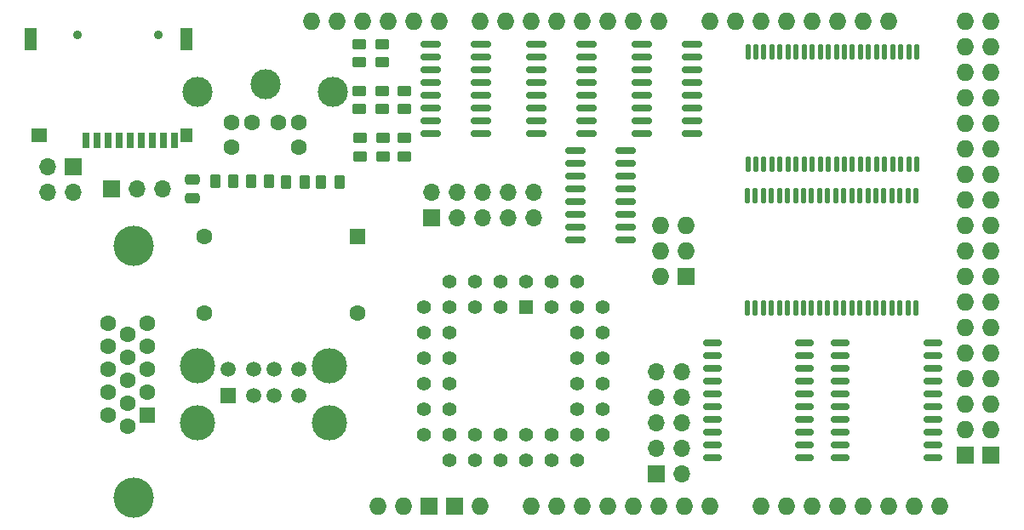
<source format=gbr>
%TF.GenerationSoftware,KiCad,Pcbnew,8.0.8+dfsg-1*%
%TF.CreationDate,2025-07-24T05:24:11-04:00*%
%TF.ProjectId,VGA_SRAM_SHIELD_DB_MULTIPLEX,5647415f-5352-4414-9d5f-534849454c44,rev?*%
%TF.SameCoordinates,Original*%
%TF.FileFunction,Soldermask,Top*%
%TF.FilePolarity,Negative*%
%FSLAX46Y46*%
G04 Gerber Fmt 4.6, Leading zero omitted, Abs format (unit mm)*
G04 Created by KiCad (PCBNEW 8.0.8+dfsg-1) date 2025-07-24 05:24:11*
%MOMM*%
%LPD*%
G01*
G04 APERTURE LIST*
G04 Aperture macros list*
%AMRoundRect*
0 Rectangle with rounded corners*
0 $1 Rounding radius*
0 $2 $3 $4 $5 $6 $7 $8 $9 X,Y pos of 4 corners*
0 Add a 4 corners polygon primitive as box body*
4,1,4,$2,$3,$4,$5,$6,$7,$8,$9,$2,$3,0*
0 Add four circle primitives for the rounded corners*
1,1,$1+$1,$2,$3*
1,1,$1+$1,$4,$5*
1,1,$1+$1,$6,$7*
1,1,$1+$1,$8,$9*
0 Add four rect primitives between the rounded corners*
20,1,$1+$1,$2,$3,$4,$5,0*
20,1,$1+$1,$4,$5,$6,$7,0*
20,1,$1+$1,$6,$7,$8,$9,0*
20,1,$1+$1,$8,$9,$2,$3,0*%
G04 Aperture macros list end*
%ADD10R,1.700000X1.700000*%
%ADD11O,1.700000X1.700000*%
%ADD12R,1.500000X1.500000*%
%ADD13C,1.500000*%
%ADD14C,3.500000*%
%ADD15C,4.000000*%
%ADD16R,1.600000X1.600000*%
%ADD17C,1.600000*%
%ADD18RoundRect,0.250000X0.450000X-0.262500X0.450000X0.262500X-0.450000X0.262500X-0.450000X-0.262500X0*%
%ADD19R,1.422400X1.422400*%
%ADD20C,1.422400*%
%ADD21O,1.727200X1.727200*%
%ADD22R,1.727200X1.727200*%
%ADD23RoundRect,0.150000X-0.800000X-0.150000X0.800000X-0.150000X0.800000X0.150000X-0.800000X0.150000X0*%
%ADD24C,2.990000*%
%ADD25RoundRect,0.250000X-0.262500X-0.450000X0.262500X-0.450000X0.262500X0.450000X-0.262500X0.450000X0*%
%ADD26RoundRect,0.150000X-0.850000X-0.150000X0.850000X-0.150000X0.850000X0.150000X-0.850000X0.150000X0*%
%ADD27RoundRect,0.137500X0.137500X-0.625000X0.137500X0.625000X-0.137500X0.625000X-0.137500X-0.625000X0*%
%ADD28RoundRect,0.250000X0.475000X-0.250000X0.475000X0.250000X-0.475000X0.250000X-0.475000X-0.250000X0*%
%ADD29C,0.900000*%
%ADD30R,0.700000X1.600000*%
%ADD31R,1.200000X2.200000*%
%ADD32R,1.600000X1.400000*%
%ADD33R,1.200000X1.400000*%
G04 APERTURE END LIST*
D10*
%TO.C,J8*%
X40341200Y-42790800D03*
D11*
X42881200Y-42790800D03*
X45421200Y-42790800D03*
%TD*%
D12*
%TO.C,J1*%
X52001200Y-63300800D03*
D13*
X54501200Y-63300800D03*
X56501200Y-63300800D03*
X59001200Y-63300800D03*
X52001200Y-60680800D03*
X54501200Y-60680800D03*
X56501200Y-60680800D03*
X59001200Y-60680800D03*
D14*
X48931200Y-66010800D03*
X62071200Y-66010800D03*
X48931200Y-60330800D03*
X62071200Y-60330800D03*
%TD*%
D15*
%TO.C,J7*%
X42541200Y-48445800D03*
X42541200Y-73445800D03*
D16*
X43961200Y-65260800D03*
D17*
X43961200Y-62970800D03*
X43961200Y-60680800D03*
X43961200Y-58390800D03*
X43961200Y-56100800D03*
X41981200Y-66405800D03*
X41981200Y-64115800D03*
X41981200Y-61825800D03*
X41981200Y-59535800D03*
X41981200Y-57245800D03*
X40001200Y-65260800D03*
X40001200Y-62970800D03*
X40001200Y-60680800D03*
X40001200Y-58390800D03*
X40001200Y-56100800D03*
%TD*%
D18*
%TO.C,R3*%
X69511200Y-39500800D03*
X69511200Y-37675800D03*
%TD*%
D19*
%TO.C,U4*%
X81621200Y-54510800D03*
D20*
X79081200Y-51970800D03*
X79081200Y-54510800D03*
X76541200Y-51970800D03*
X76541200Y-54510800D03*
X74001200Y-51970800D03*
X71461200Y-54510800D03*
X74001200Y-54510800D03*
X71461200Y-57050800D03*
X74001200Y-57050800D03*
X71461200Y-59590800D03*
X74001200Y-59590800D03*
X71461200Y-62130800D03*
X74001200Y-62130800D03*
X71461200Y-64670800D03*
X74001200Y-64670800D03*
X71461200Y-67210800D03*
X74001200Y-69750800D03*
X74001200Y-67210800D03*
X76541200Y-69750800D03*
X76541200Y-67210800D03*
X79081200Y-69750800D03*
X79081200Y-67210800D03*
X81621200Y-69750800D03*
X81621200Y-67210800D03*
X84161200Y-69750800D03*
X84161200Y-67210800D03*
X86701200Y-69750800D03*
X89241200Y-67210800D03*
X86701200Y-67210800D03*
X89241200Y-64670800D03*
X86701200Y-64670800D03*
X89241200Y-62130800D03*
X86701200Y-62130800D03*
X89241200Y-59590800D03*
X86701200Y-59590800D03*
X89241200Y-57050800D03*
X86701200Y-57050800D03*
X89241200Y-54510800D03*
X86701200Y-51970800D03*
X86701200Y-54510800D03*
X84161200Y-51970800D03*
X84161200Y-54510800D03*
X81621200Y-51970800D03*
%TD*%
D21*
%TO.C,A1*%
X66896400Y-74291800D03*
X69436400Y-74291800D03*
X97503400Y-46351800D03*
X125316400Y-26031800D03*
X127856400Y-26031800D03*
X82136400Y-74291800D03*
X84676400Y-74291800D03*
X87216400Y-74291800D03*
X89756400Y-74291800D03*
X92296400Y-74291800D03*
X94836400Y-74291800D03*
X97376400Y-74291800D03*
X99916400Y-74291800D03*
X104996400Y-74291800D03*
X107536400Y-74291800D03*
X110076400Y-74291800D03*
X112616400Y-74291800D03*
X120236400Y-74291800D03*
X122776400Y-74291800D03*
X94836400Y-26031800D03*
X92296400Y-26031800D03*
X89756400Y-26031800D03*
X87216400Y-26031800D03*
X84676400Y-26031800D03*
X82136400Y-26031800D03*
X79596400Y-26031800D03*
X77056400Y-26031800D03*
X72992400Y-26031800D03*
X70452400Y-26031800D03*
X67912400Y-26031800D03*
X65372400Y-26031800D03*
X62832400Y-26031800D03*
X60292400Y-26031800D03*
X99916400Y-26031800D03*
X102456400Y-26031800D03*
X104996400Y-26031800D03*
X107536400Y-26031800D03*
X110076400Y-26031800D03*
X112616400Y-26031800D03*
X115156400Y-26031800D03*
X117696400Y-26031800D03*
X125316400Y-28571800D03*
X127856400Y-28571800D03*
X125316400Y-31111800D03*
X127856400Y-31111800D03*
X125316400Y-33651800D03*
X127856400Y-33651800D03*
X125316400Y-36191800D03*
X127856400Y-36191800D03*
X125316400Y-38731800D03*
X127856400Y-38731800D03*
X125316400Y-41271800D03*
X127856400Y-41271800D03*
X125316400Y-43811800D03*
X127856400Y-43811800D03*
X125316400Y-46351800D03*
X127856400Y-46351800D03*
X125316400Y-48891800D03*
X127856400Y-48891800D03*
X125316400Y-51431800D03*
X127856400Y-51431800D03*
X125316400Y-53971800D03*
X127856400Y-53971800D03*
X125316400Y-56511800D03*
X127856400Y-56511800D03*
X125316400Y-59051800D03*
X127856400Y-59051800D03*
X125316400Y-61591800D03*
X127856400Y-61591800D03*
X125316400Y-64131800D03*
X127856400Y-64131800D03*
X125316400Y-66671800D03*
X127856400Y-66671800D03*
X115156400Y-74291800D03*
X117696400Y-74291800D03*
D22*
X71976400Y-74291800D03*
X74516400Y-74291800D03*
X97503400Y-51431800D03*
X125316400Y-69211800D03*
X127856400Y-69211800D03*
D21*
X94963400Y-46351800D03*
X97503400Y-48891800D03*
X94963400Y-51431800D03*
X94963400Y-48891800D03*
X77056400Y-74291800D03*
%TD*%
D23*
%TO.C,U14*%
X100101200Y-58055800D03*
X100101200Y-59325800D03*
X100101200Y-60595800D03*
X100101200Y-61865800D03*
X100101200Y-63135800D03*
X100101200Y-64405800D03*
X100101200Y-65675800D03*
X100101200Y-66945800D03*
X100101200Y-68215800D03*
X100101200Y-69485800D03*
X109301200Y-69485800D03*
X109301200Y-68215800D03*
X109301200Y-66945800D03*
X109301200Y-65675800D03*
X109301200Y-64405800D03*
X109301200Y-63135800D03*
X109301200Y-61865800D03*
X109301200Y-60595800D03*
X109301200Y-59325800D03*
X109301200Y-58055800D03*
%TD*%
D17*
%TO.C,J3*%
X56951200Y-36130800D03*
X54351200Y-36130800D03*
X59001200Y-36130800D03*
X52301200Y-36130800D03*
X59001200Y-38620800D03*
X52301200Y-38620800D03*
D24*
X48891200Y-33130800D03*
X55651200Y-32320800D03*
X62411200Y-33130800D03*
%TD*%
D25*
%TO.C,R2*%
X61211200Y-42050800D03*
X63036200Y-42050800D03*
%TD*%
D16*
%TO.C,X1*%
X64821200Y-47490800D03*
D17*
X49581200Y-47490800D03*
X49581200Y-55110800D03*
X64821200Y-55110800D03*
%TD*%
D18*
%TO.C,R9*%
X65041200Y-34800800D03*
X65041200Y-32975800D03*
%TD*%
D26*
%TO.C,U28*%
X93101200Y-28320800D03*
X93101200Y-29590800D03*
X93101200Y-30860800D03*
X93101200Y-32130800D03*
X93101200Y-33400800D03*
X93101200Y-34670800D03*
X93101200Y-35940800D03*
X93101200Y-37210800D03*
X98101200Y-37210800D03*
X98101200Y-35940800D03*
X98101200Y-34670800D03*
X98101200Y-33400800D03*
X98101200Y-32130800D03*
X98101200Y-30860800D03*
X98101200Y-29590800D03*
X98101200Y-28320800D03*
%TD*%
D27*
%TO.C,U20*%
X103601200Y-54645800D03*
X104401200Y-54645800D03*
X105201200Y-54645800D03*
X106001200Y-54645800D03*
X106801200Y-54645800D03*
X107601200Y-54645800D03*
X108401200Y-54645800D03*
X109201200Y-54645800D03*
X110001200Y-54645800D03*
X110801200Y-54645800D03*
X111601200Y-54645800D03*
X112401200Y-54645800D03*
X113201200Y-54645800D03*
X114001200Y-54645800D03*
X114801200Y-54645800D03*
X115601200Y-54645800D03*
X116401200Y-54645800D03*
X117201200Y-54645800D03*
X118001200Y-54645800D03*
X118801200Y-54645800D03*
X119601200Y-54645800D03*
X120401200Y-54645800D03*
X120401200Y-43470800D03*
X119601200Y-43470800D03*
X118801200Y-43470800D03*
X118001200Y-43470800D03*
X117201200Y-43470800D03*
X116401200Y-43470800D03*
X115601200Y-43470800D03*
X114801200Y-43470800D03*
X114001200Y-43470800D03*
X113201200Y-43470800D03*
X112401200Y-43470800D03*
X111601200Y-43470800D03*
X110801200Y-43470800D03*
X110001200Y-43470800D03*
X109201200Y-43470800D03*
X108401200Y-43470800D03*
X107601200Y-43470800D03*
X106801200Y-43470800D03*
X106001200Y-43470800D03*
X105201200Y-43470800D03*
X104401200Y-43470800D03*
X103601200Y-43470800D03*
%TD*%
D18*
%TO.C,R7*%
X67326200Y-30150800D03*
X67326200Y-28325800D03*
%TD*%
D26*
%TO.C,U23*%
X72101200Y-28320800D03*
X72101200Y-29590800D03*
X72101200Y-30860800D03*
X72101200Y-32130800D03*
X72101200Y-33400800D03*
X72101200Y-34670800D03*
X72101200Y-35940800D03*
X72101200Y-37210800D03*
X77101200Y-37210800D03*
X77101200Y-35940800D03*
X77101200Y-34670800D03*
X77101200Y-33400800D03*
X77101200Y-32130800D03*
X77101200Y-30860800D03*
X77101200Y-29590800D03*
X77101200Y-28320800D03*
%TD*%
D27*
%TO.C,U19*%
X103661200Y-40288300D03*
X104461200Y-40288300D03*
X105261200Y-40288300D03*
X106061200Y-40288300D03*
X106861200Y-40288300D03*
X107661200Y-40288300D03*
X108461200Y-40288300D03*
X109261200Y-40288300D03*
X110061200Y-40288300D03*
X110861200Y-40288300D03*
X111661200Y-40288300D03*
X112461200Y-40288300D03*
X113261200Y-40288300D03*
X114061200Y-40288300D03*
X114861200Y-40288300D03*
X115661200Y-40288300D03*
X116461200Y-40288300D03*
X117261200Y-40288300D03*
X118061200Y-40288300D03*
X118861200Y-40288300D03*
X119661200Y-40288300D03*
X120461200Y-40288300D03*
X120461200Y-29113300D03*
X119661200Y-29113300D03*
X118861200Y-29113300D03*
X118061200Y-29113300D03*
X117261200Y-29113300D03*
X116461200Y-29113300D03*
X115661200Y-29113300D03*
X114861200Y-29113300D03*
X114061200Y-29113300D03*
X113261200Y-29113300D03*
X112461200Y-29113300D03*
X111661200Y-29113300D03*
X110861200Y-29113300D03*
X110061200Y-29113300D03*
X109261200Y-29113300D03*
X108461200Y-29113300D03*
X107661200Y-29113300D03*
X106861200Y-29113300D03*
X106061200Y-29113300D03*
X105261200Y-29113300D03*
X104461200Y-29113300D03*
X103661200Y-29113300D03*
%TD*%
D25*
%TO.C,R1*%
X57726200Y-42050800D03*
X59551200Y-42050800D03*
%TD*%
D26*
%TO.C,U24*%
X82601200Y-28320800D03*
X82601200Y-29590800D03*
X82601200Y-30860800D03*
X82601200Y-32130800D03*
X82601200Y-33400800D03*
X82601200Y-34670800D03*
X82601200Y-35940800D03*
X82601200Y-37210800D03*
X87601200Y-37210800D03*
X87601200Y-35940800D03*
X87601200Y-34670800D03*
X87601200Y-33400800D03*
X87601200Y-32130800D03*
X87601200Y-30860800D03*
X87601200Y-29590800D03*
X87601200Y-28320800D03*
%TD*%
D18*
%TO.C,R8*%
X65051200Y-39500800D03*
X65051200Y-37675800D03*
%TD*%
%TO.C,R10*%
X65041200Y-30150800D03*
X65041200Y-28325800D03*
%TD*%
D28*
%TO.C,C1*%
X48411200Y-43680800D03*
X48411200Y-41780800D03*
%TD*%
D25*
%TO.C,R20*%
X54216200Y-42010800D03*
X56041200Y-42010800D03*
%TD*%
D10*
%TO.C,J2*%
X94561200Y-71100800D03*
D11*
X97101200Y-71100800D03*
X94561200Y-68560800D03*
X97101200Y-68560800D03*
X94561200Y-66020800D03*
X97101200Y-66020800D03*
X94561200Y-63480800D03*
X97101200Y-63480800D03*
X94561200Y-60940800D03*
X97101200Y-60940800D03*
%TD*%
D18*
%TO.C,R4*%
X69501200Y-34800800D03*
X69501200Y-32975800D03*
%TD*%
D25*
%TO.C,R19*%
X50676200Y-42000800D03*
X52501200Y-42000800D03*
%TD*%
D10*
%TO.C,J4*%
X36571200Y-40540800D03*
D11*
X34031200Y-40540800D03*
X36571200Y-43080800D03*
X34031200Y-43080800D03*
%TD*%
D18*
%TO.C,R5*%
X67336200Y-39500800D03*
X67336200Y-37675800D03*
%TD*%
D23*
%TO.C,U15*%
X112841200Y-58055800D03*
X112841200Y-59325800D03*
X112841200Y-60595800D03*
X112841200Y-61865800D03*
X112841200Y-63135800D03*
X112841200Y-64405800D03*
X112841200Y-65675800D03*
X112841200Y-66945800D03*
X112841200Y-68215800D03*
X112841200Y-69485800D03*
X122041200Y-69485800D03*
X122041200Y-68215800D03*
X122041200Y-66945800D03*
X122041200Y-65675800D03*
X122041200Y-64405800D03*
X122041200Y-63135800D03*
X122041200Y-61865800D03*
X122041200Y-60595800D03*
X122041200Y-59325800D03*
X122041200Y-58055800D03*
%TD*%
D26*
%TO.C,U29*%
X86511200Y-38926800D03*
X86511200Y-40196800D03*
X86511200Y-41466800D03*
X86511200Y-42736800D03*
X86511200Y-44006800D03*
X86511200Y-45276800D03*
X86511200Y-46546800D03*
X86511200Y-47816800D03*
X91511200Y-47816800D03*
X91511200Y-46546800D03*
X91511200Y-45276800D03*
X91511200Y-44006800D03*
X91511200Y-42736800D03*
X91511200Y-41466800D03*
X91511200Y-40196800D03*
X91511200Y-38926800D03*
%TD*%
D29*
%TO.C,J6*%
X37001968Y-27450855D03*
X45001968Y-27450855D03*
D30*
X37801968Y-37950855D03*
X38901968Y-37950855D03*
X40001968Y-37950855D03*
X41101968Y-37950855D03*
X42201968Y-37950855D03*
X43301968Y-37950855D03*
X44401968Y-37950855D03*
X45501968Y-37950855D03*
X46601968Y-37950855D03*
D31*
X32301968Y-27850855D03*
D32*
X33201968Y-37450855D03*
D31*
X47801968Y-27850855D03*
D33*
X47801968Y-37450855D03*
%TD*%
D18*
%TO.C,R6*%
X67326200Y-34800800D03*
X67326200Y-32975800D03*
%TD*%
D10*
%TO.C,J5*%
X72241200Y-45650800D03*
D11*
X72241200Y-43110800D03*
X74781200Y-45650800D03*
X74781200Y-43110800D03*
X77321200Y-45650800D03*
X77321200Y-43110800D03*
X79861200Y-45650800D03*
X79861200Y-43110800D03*
X82401200Y-45650800D03*
X82401200Y-43110800D03*
%TD*%
M02*

</source>
